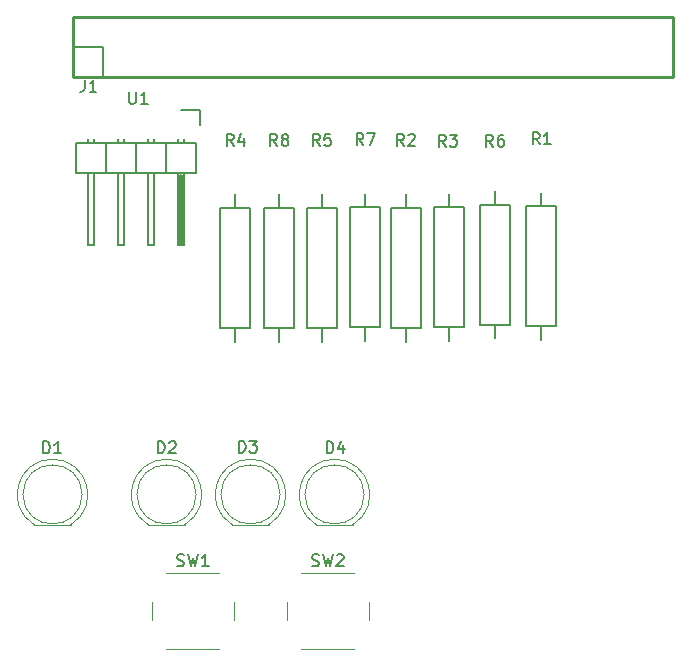
<source format=gbr>
G04 #@! TF.FileFunction,Legend,Top*
%FSLAX46Y46*%
G04 Gerber Fmt 4.6, Leading zero omitted, Abs format (unit mm)*
G04 Created by KiCad (PCBNEW 4.0.6) date Monday 17 April 2017 17:24:00*
%MOMM*%
%LPD*%
G01*
G04 APERTURE LIST*
%ADD10C,0.100000*%
%ADD11C,0.150000*%
%ADD12C,0.254000*%
%ADD13C,0.120000*%
G04 APERTURE END LIST*
D10*
D11*
X37580000Y-33972000D02*
X37580000Y-31432000D01*
X37580000Y-31432000D02*
X35040000Y-31432000D01*
D12*
X85840000Y-28892000D02*
X85840000Y-33972000D01*
X85840000Y-33972000D02*
X35040000Y-33972000D01*
X35040000Y-33972000D02*
X35040000Y-28892000D01*
X35040000Y-28892000D02*
X85840000Y-28892000D01*
D11*
X73406000Y-55111000D02*
X75946000Y-55111000D01*
X75946000Y-55111000D02*
X75946000Y-44951000D01*
X75946000Y-44951000D02*
X73406000Y-44951000D01*
X73406000Y-44951000D02*
X73406000Y-55111000D01*
X74676000Y-43801000D02*
X74676000Y-44951000D01*
X74676000Y-56261000D02*
X74676000Y-55111000D01*
X64452500Y-45092000D02*
X61912500Y-45092000D01*
X61912500Y-45092000D02*
X61912500Y-55252000D01*
X61912500Y-55252000D02*
X64452500Y-55252000D01*
X64452500Y-55252000D02*
X64452500Y-45092000D01*
X63182500Y-56402000D02*
X63182500Y-55252000D01*
X63182500Y-43942000D02*
X63182500Y-45092000D01*
X68135500Y-45028500D02*
X65595500Y-45028500D01*
X65595500Y-45028500D02*
X65595500Y-55188500D01*
X65595500Y-55188500D02*
X68135500Y-55188500D01*
X68135500Y-55188500D02*
X68135500Y-45028500D01*
X66865500Y-56338500D02*
X66865500Y-55188500D01*
X66865500Y-43878500D02*
X66865500Y-45028500D01*
X50038000Y-45092000D02*
X47498000Y-45092000D01*
X47498000Y-45092000D02*
X47498000Y-55252000D01*
X47498000Y-55252000D02*
X50038000Y-55252000D01*
X50038000Y-55252000D02*
X50038000Y-45092000D01*
X48768000Y-56402000D02*
X48768000Y-55252000D01*
X48768000Y-43942000D02*
X48768000Y-45092000D01*
D13*
X42910000Y-82462000D02*
X47410000Y-82462000D01*
X41660000Y-78462000D02*
X41660000Y-79962000D01*
X47410000Y-75962000D02*
X42910000Y-75962000D01*
X48660000Y-79962000D02*
X48660000Y-78462000D01*
X54340000Y-82462000D02*
X58840000Y-82462000D01*
X53090000Y-78462000D02*
X53090000Y-79962000D01*
X58840000Y-75962000D02*
X54340000Y-75962000D01*
X60090000Y-79962000D02*
X60090000Y-78462000D01*
X33274462Y-66352000D02*
G75*
G03X31729170Y-71902000I-462J-2990000D01*
G01*
X33273538Y-66352000D02*
G75*
G02X34818830Y-71902000I462J-2990000D01*
G01*
X35774000Y-69342000D02*
G75*
G03X35774000Y-69342000I-2500000J0D01*
G01*
X31729000Y-71902000D02*
X34819000Y-71902000D01*
D11*
X57340500Y-45092000D02*
X54800500Y-45092000D01*
X54800500Y-45092000D02*
X54800500Y-55252000D01*
X54800500Y-55252000D02*
X57340500Y-55252000D01*
X57340500Y-55252000D02*
X57340500Y-45092000D01*
X56070500Y-56402000D02*
X56070500Y-55252000D01*
X56070500Y-43942000D02*
X56070500Y-45092000D01*
D13*
X42926462Y-66352000D02*
G75*
G03X41381170Y-71902000I-462J-2990000D01*
G01*
X42925538Y-66352000D02*
G75*
G02X44470830Y-71902000I462J-2990000D01*
G01*
X45426000Y-69342000D02*
G75*
G03X45426000Y-69342000I-2500000J0D01*
G01*
X41381000Y-71902000D02*
X44471000Y-71902000D01*
X50038462Y-66352000D02*
G75*
G03X48493170Y-71902000I-462J-2990000D01*
G01*
X50037538Y-66352000D02*
G75*
G02X51582830Y-71902000I462J-2990000D01*
G01*
X52538000Y-69342000D02*
G75*
G03X52538000Y-69342000I-2500000J0D01*
G01*
X48493000Y-71902000D02*
X51583000Y-71902000D01*
X57150462Y-66352000D02*
G75*
G03X55605170Y-71902000I-462J-2990000D01*
G01*
X57149538Y-66352000D02*
G75*
G02X58694830Y-71902000I462J-2990000D01*
G01*
X59650000Y-69342000D02*
G75*
G03X59650000Y-69342000I-2500000J0D01*
G01*
X55605000Y-71902000D02*
X58695000Y-71902000D01*
D11*
X69469000Y-54984000D02*
X72009000Y-54984000D01*
X72009000Y-54984000D02*
X72009000Y-44824000D01*
X72009000Y-44824000D02*
X69469000Y-44824000D01*
X69469000Y-44824000D02*
X69469000Y-54984000D01*
X70739000Y-43674000D02*
X70739000Y-44824000D01*
X70739000Y-56134000D02*
X70739000Y-54984000D01*
X61023500Y-45028500D02*
X58483500Y-45028500D01*
X58483500Y-45028500D02*
X58483500Y-55188500D01*
X58483500Y-55188500D02*
X61023500Y-55188500D01*
X61023500Y-55188500D02*
X61023500Y-45028500D01*
X59753500Y-56338500D02*
X59753500Y-55188500D01*
X59753500Y-43878500D02*
X59753500Y-45028500D01*
X53721000Y-45092000D02*
X51181000Y-45092000D01*
X51181000Y-45092000D02*
X51181000Y-55252000D01*
X51181000Y-55252000D02*
X53721000Y-55252000D01*
X53721000Y-55252000D02*
X53721000Y-45092000D01*
X52451000Y-56402000D02*
X52451000Y-55252000D01*
X52451000Y-43942000D02*
X52451000Y-45092000D01*
X45746000Y-36800000D02*
X44196000Y-36800000D01*
X45746000Y-38100000D02*
X45746000Y-36800000D01*
X44323000Y-42291000D02*
X44323000Y-48133000D01*
X44323000Y-48133000D02*
X44069000Y-48133000D01*
X44069000Y-48133000D02*
X44069000Y-42291000D01*
X44069000Y-42291000D02*
X44196000Y-42291000D01*
X44196000Y-42291000D02*
X44196000Y-48133000D01*
X44450000Y-39624000D02*
X44450000Y-39243000D01*
X43942000Y-39624000D02*
X43942000Y-39243000D01*
X41910000Y-39624000D02*
X41910000Y-39243000D01*
X41402000Y-39624000D02*
X41402000Y-39243000D01*
X39370000Y-39624000D02*
X39370000Y-39243000D01*
X38862000Y-39624000D02*
X38862000Y-39243000D01*
X36322000Y-39624000D02*
X36322000Y-39243000D01*
X36830000Y-39624000D02*
X36830000Y-39243000D01*
X45466000Y-39624000D02*
X45466000Y-42164000D01*
X42926000Y-39624000D02*
X42926000Y-42164000D01*
X42926000Y-39624000D02*
X40386000Y-39624000D01*
X40386000Y-39624000D02*
X40386000Y-42164000D01*
X41910000Y-42164000D02*
X41910000Y-48260000D01*
X41910000Y-48260000D02*
X41402000Y-48260000D01*
X41402000Y-48260000D02*
X41402000Y-42164000D01*
X40386000Y-42164000D02*
X42926000Y-42164000D01*
X42926000Y-42164000D02*
X45466000Y-42164000D01*
X43942000Y-48260000D02*
X43942000Y-42164000D01*
X44450000Y-48260000D02*
X43942000Y-48260000D01*
X44450000Y-42164000D02*
X44450000Y-48260000D01*
X42926000Y-39624000D02*
X42926000Y-42164000D01*
X45466000Y-39624000D02*
X42926000Y-39624000D01*
X37846000Y-39624000D02*
X37846000Y-42164000D01*
X37846000Y-39624000D02*
X35306000Y-39624000D01*
X35306000Y-39624000D02*
X35306000Y-42164000D01*
X36830000Y-42164000D02*
X36830000Y-48260000D01*
X36830000Y-48260000D02*
X36322000Y-48260000D01*
X36322000Y-48260000D02*
X36322000Y-42164000D01*
X35306000Y-42164000D02*
X37846000Y-42164000D01*
X37846000Y-42164000D02*
X40386000Y-42164000D01*
X38862000Y-48260000D02*
X38862000Y-42164000D01*
X39370000Y-48260000D02*
X38862000Y-48260000D01*
X39370000Y-42164000D02*
X39370000Y-48260000D01*
X37846000Y-39624000D02*
X37846000Y-42164000D01*
X40386000Y-39624000D02*
X37846000Y-39624000D01*
X40386000Y-39624000D02*
X40386000Y-42164000D01*
X35988667Y-34250381D02*
X35988667Y-34964667D01*
X35941047Y-35107524D01*
X35845809Y-35202762D01*
X35702952Y-35250381D01*
X35607714Y-35250381D01*
X36988667Y-35250381D02*
X36417238Y-35250381D01*
X36702952Y-35250381D02*
X36702952Y-34250381D01*
X36607714Y-34393238D01*
X36512476Y-34488476D01*
X36417238Y-34536095D01*
X74509334Y-39695381D02*
X74176000Y-39219190D01*
X73937905Y-39695381D02*
X73937905Y-38695381D01*
X74318858Y-38695381D01*
X74414096Y-38743000D01*
X74461715Y-38790619D01*
X74509334Y-38885857D01*
X74509334Y-39028714D01*
X74461715Y-39123952D01*
X74414096Y-39171571D01*
X74318858Y-39219190D01*
X73937905Y-39219190D01*
X75461715Y-39695381D02*
X74890286Y-39695381D01*
X75176000Y-39695381D02*
X75176000Y-38695381D01*
X75080762Y-38838238D01*
X74985524Y-38933476D01*
X74890286Y-38981095D01*
X63015834Y-39822381D02*
X62682500Y-39346190D01*
X62444405Y-39822381D02*
X62444405Y-38822381D01*
X62825358Y-38822381D01*
X62920596Y-38870000D01*
X62968215Y-38917619D01*
X63015834Y-39012857D01*
X63015834Y-39155714D01*
X62968215Y-39250952D01*
X62920596Y-39298571D01*
X62825358Y-39346190D01*
X62444405Y-39346190D01*
X63396786Y-38917619D02*
X63444405Y-38870000D01*
X63539643Y-38822381D01*
X63777739Y-38822381D01*
X63872977Y-38870000D01*
X63920596Y-38917619D01*
X63968215Y-39012857D01*
X63968215Y-39108095D01*
X63920596Y-39250952D01*
X63349167Y-39822381D01*
X63968215Y-39822381D01*
X66571834Y-39885881D02*
X66238500Y-39409690D01*
X66000405Y-39885881D02*
X66000405Y-38885881D01*
X66381358Y-38885881D01*
X66476596Y-38933500D01*
X66524215Y-38981119D01*
X66571834Y-39076357D01*
X66571834Y-39219214D01*
X66524215Y-39314452D01*
X66476596Y-39362071D01*
X66381358Y-39409690D01*
X66000405Y-39409690D01*
X66905167Y-38885881D02*
X67524215Y-38885881D01*
X67190881Y-39266833D01*
X67333739Y-39266833D01*
X67428977Y-39314452D01*
X67476596Y-39362071D01*
X67524215Y-39457310D01*
X67524215Y-39695405D01*
X67476596Y-39790643D01*
X67428977Y-39838262D01*
X67333739Y-39885881D01*
X67048024Y-39885881D01*
X66952786Y-39838262D01*
X66905167Y-39790643D01*
X48601334Y-39822381D02*
X48268000Y-39346190D01*
X48029905Y-39822381D02*
X48029905Y-38822381D01*
X48410858Y-38822381D01*
X48506096Y-38870000D01*
X48553715Y-38917619D01*
X48601334Y-39012857D01*
X48601334Y-39155714D01*
X48553715Y-39250952D01*
X48506096Y-39298571D01*
X48410858Y-39346190D01*
X48029905Y-39346190D01*
X49458477Y-39155714D02*
X49458477Y-39822381D01*
X49220381Y-38774762D02*
X48982286Y-39489048D01*
X49601334Y-39489048D01*
X43826667Y-75366762D02*
X43969524Y-75414381D01*
X44207620Y-75414381D01*
X44302858Y-75366762D01*
X44350477Y-75319143D01*
X44398096Y-75223905D01*
X44398096Y-75128667D01*
X44350477Y-75033429D01*
X44302858Y-74985810D01*
X44207620Y-74938190D01*
X44017143Y-74890571D01*
X43921905Y-74842952D01*
X43874286Y-74795333D01*
X43826667Y-74700095D01*
X43826667Y-74604857D01*
X43874286Y-74509619D01*
X43921905Y-74462000D01*
X44017143Y-74414381D01*
X44255239Y-74414381D01*
X44398096Y-74462000D01*
X44731429Y-74414381D02*
X44969524Y-75414381D01*
X45160001Y-74700095D01*
X45350477Y-75414381D01*
X45588572Y-74414381D01*
X46493334Y-75414381D02*
X45921905Y-75414381D01*
X46207619Y-75414381D02*
X46207619Y-74414381D01*
X46112381Y-74557238D01*
X46017143Y-74652476D01*
X45921905Y-74700095D01*
X55256667Y-75366762D02*
X55399524Y-75414381D01*
X55637620Y-75414381D01*
X55732858Y-75366762D01*
X55780477Y-75319143D01*
X55828096Y-75223905D01*
X55828096Y-75128667D01*
X55780477Y-75033429D01*
X55732858Y-74985810D01*
X55637620Y-74938190D01*
X55447143Y-74890571D01*
X55351905Y-74842952D01*
X55304286Y-74795333D01*
X55256667Y-74700095D01*
X55256667Y-74604857D01*
X55304286Y-74509619D01*
X55351905Y-74462000D01*
X55447143Y-74414381D01*
X55685239Y-74414381D01*
X55828096Y-74462000D01*
X56161429Y-74414381D02*
X56399524Y-75414381D01*
X56590001Y-74700095D01*
X56780477Y-75414381D01*
X57018572Y-74414381D01*
X57351905Y-74509619D02*
X57399524Y-74462000D01*
X57494762Y-74414381D01*
X57732858Y-74414381D01*
X57828096Y-74462000D01*
X57875715Y-74509619D01*
X57923334Y-74604857D01*
X57923334Y-74700095D01*
X57875715Y-74842952D01*
X57304286Y-75414381D01*
X57923334Y-75414381D01*
X32472405Y-65857381D02*
X32472405Y-64857381D01*
X32710500Y-64857381D01*
X32853358Y-64905000D01*
X32948596Y-65000238D01*
X32996215Y-65095476D01*
X33043834Y-65285952D01*
X33043834Y-65428810D01*
X32996215Y-65619286D01*
X32948596Y-65714524D01*
X32853358Y-65809762D01*
X32710500Y-65857381D01*
X32472405Y-65857381D01*
X33996215Y-65857381D02*
X33424786Y-65857381D01*
X33710500Y-65857381D02*
X33710500Y-64857381D01*
X33615262Y-65000238D01*
X33520024Y-65095476D01*
X33424786Y-65143095D01*
X55903834Y-39822381D02*
X55570500Y-39346190D01*
X55332405Y-39822381D02*
X55332405Y-38822381D01*
X55713358Y-38822381D01*
X55808596Y-38870000D01*
X55856215Y-38917619D01*
X55903834Y-39012857D01*
X55903834Y-39155714D01*
X55856215Y-39250952D01*
X55808596Y-39298571D01*
X55713358Y-39346190D01*
X55332405Y-39346190D01*
X56808596Y-38822381D02*
X56332405Y-38822381D01*
X56284786Y-39298571D01*
X56332405Y-39250952D01*
X56427643Y-39203333D01*
X56665739Y-39203333D01*
X56760977Y-39250952D01*
X56808596Y-39298571D01*
X56856215Y-39393810D01*
X56856215Y-39631905D01*
X56808596Y-39727143D01*
X56760977Y-39774762D01*
X56665739Y-39822381D01*
X56427643Y-39822381D01*
X56332405Y-39774762D01*
X56284786Y-39727143D01*
X42187905Y-65857381D02*
X42187905Y-64857381D01*
X42426000Y-64857381D01*
X42568858Y-64905000D01*
X42664096Y-65000238D01*
X42711715Y-65095476D01*
X42759334Y-65285952D01*
X42759334Y-65428810D01*
X42711715Y-65619286D01*
X42664096Y-65714524D01*
X42568858Y-65809762D01*
X42426000Y-65857381D01*
X42187905Y-65857381D01*
X43140286Y-64952619D02*
X43187905Y-64905000D01*
X43283143Y-64857381D01*
X43521239Y-64857381D01*
X43616477Y-64905000D01*
X43664096Y-64952619D01*
X43711715Y-65047857D01*
X43711715Y-65143095D01*
X43664096Y-65285952D01*
X43092667Y-65857381D01*
X43711715Y-65857381D01*
X49045905Y-65793881D02*
X49045905Y-64793881D01*
X49284000Y-64793881D01*
X49426858Y-64841500D01*
X49522096Y-64936738D01*
X49569715Y-65031976D01*
X49617334Y-65222452D01*
X49617334Y-65365310D01*
X49569715Y-65555786D01*
X49522096Y-65651024D01*
X49426858Y-65746262D01*
X49284000Y-65793881D01*
X49045905Y-65793881D01*
X49950667Y-64793881D02*
X50569715Y-64793881D01*
X50236381Y-65174833D01*
X50379239Y-65174833D01*
X50474477Y-65222452D01*
X50522096Y-65270071D01*
X50569715Y-65365310D01*
X50569715Y-65603405D01*
X50522096Y-65698643D01*
X50474477Y-65746262D01*
X50379239Y-65793881D01*
X50093524Y-65793881D01*
X49998286Y-65746262D01*
X49950667Y-65698643D01*
X56475405Y-65857381D02*
X56475405Y-64857381D01*
X56713500Y-64857381D01*
X56856358Y-64905000D01*
X56951596Y-65000238D01*
X56999215Y-65095476D01*
X57046834Y-65285952D01*
X57046834Y-65428810D01*
X56999215Y-65619286D01*
X56951596Y-65714524D01*
X56856358Y-65809762D01*
X56713500Y-65857381D01*
X56475405Y-65857381D01*
X57903977Y-65190714D02*
X57903977Y-65857381D01*
X57665881Y-64809762D02*
X57427786Y-65524048D01*
X58046834Y-65524048D01*
X70572334Y-39885881D02*
X70239000Y-39409690D01*
X70000905Y-39885881D02*
X70000905Y-38885881D01*
X70381858Y-38885881D01*
X70477096Y-38933500D01*
X70524715Y-38981119D01*
X70572334Y-39076357D01*
X70572334Y-39219214D01*
X70524715Y-39314452D01*
X70477096Y-39362071D01*
X70381858Y-39409690D01*
X70000905Y-39409690D01*
X71429477Y-38885881D02*
X71239000Y-38885881D01*
X71143762Y-38933500D01*
X71096143Y-38981119D01*
X71000905Y-39123976D01*
X70953286Y-39314452D01*
X70953286Y-39695405D01*
X71000905Y-39790643D01*
X71048524Y-39838262D01*
X71143762Y-39885881D01*
X71334239Y-39885881D01*
X71429477Y-39838262D01*
X71477096Y-39790643D01*
X71524715Y-39695405D01*
X71524715Y-39457310D01*
X71477096Y-39362071D01*
X71429477Y-39314452D01*
X71334239Y-39266833D01*
X71143762Y-39266833D01*
X71048524Y-39314452D01*
X71000905Y-39362071D01*
X70953286Y-39457310D01*
X59586834Y-39758881D02*
X59253500Y-39282690D01*
X59015405Y-39758881D02*
X59015405Y-38758881D01*
X59396358Y-38758881D01*
X59491596Y-38806500D01*
X59539215Y-38854119D01*
X59586834Y-38949357D01*
X59586834Y-39092214D01*
X59539215Y-39187452D01*
X59491596Y-39235071D01*
X59396358Y-39282690D01*
X59015405Y-39282690D01*
X59920167Y-38758881D02*
X60586834Y-38758881D01*
X60158262Y-39758881D01*
X52284334Y-39822381D02*
X51951000Y-39346190D01*
X51712905Y-39822381D02*
X51712905Y-38822381D01*
X52093858Y-38822381D01*
X52189096Y-38870000D01*
X52236715Y-38917619D01*
X52284334Y-39012857D01*
X52284334Y-39155714D01*
X52236715Y-39250952D01*
X52189096Y-39298571D01*
X52093858Y-39346190D01*
X51712905Y-39346190D01*
X52855762Y-39250952D02*
X52760524Y-39203333D01*
X52712905Y-39155714D01*
X52665286Y-39060476D01*
X52665286Y-39012857D01*
X52712905Y-38917619D01*
X52760524Y-38870000D01*
X52855762Y-38822381D01*
X53046239Y-38822381D01*
X53141477Y-38870000D01*
X53189096Y-38917619D01*
X53236715Y-39012857D01*
X53236715Y-39060476D01*
X53189096Y-39155714D01*
X53141477Y-39203333D01*
X53046239Y-39250952D01*
X52855762Y-39250952D01*
X52760524Y-39298571D01*
X52712905Y-39346190D01*
X52665286Y-39441429D01*
X52665286Y-39631905D01*
X52712905Y-39727143D01*
X52760524Y-39774762D01*
X52855762Y-39822381D01*
X53046239Y-39822381D01*
X53141477Y-39774762D01*
X53189096Y-39727143D01*
X53236715Y-39631905D01*
X53236715Y-39441429D01*
X53189096Y-39346190D01*
X53141477Y-39298571D01*
X53046239Y-39250952D01*
X39751095Y-35266381D02*
X39751095Y-36075905D01*
X39798714Y-36171143D01*
X39846333Y-36218762D01*
X39941571Y-36266381D01*
X40132048Y-36266381D01*
X40227286Y-36218762D01*
X40274905Y-36171143D01*
X40322524Y-36075905D01*
X40322524Y-35266381D01*
X41322524Y-36266381D02*
X40751095Y-36266381D01*
X41036809Y-36266381D02*
X41036809Y-35266381D01*
X40941571Y-35409238D01*
X40846333Y-35504476D01*
X40751095Y-35552095D01*
M02*

</source>
